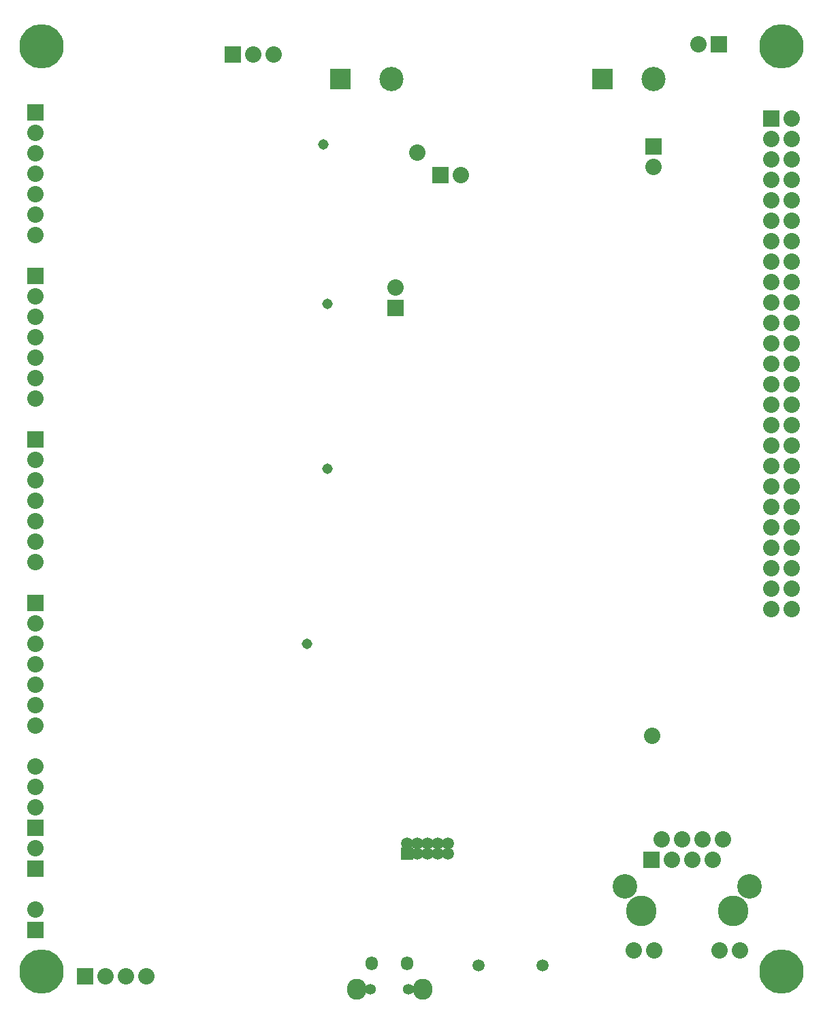
<source format=gbs>
G04 (created by PCBNEW (2013-05-18 BZR 4017)-stable) date Wed 14 Jan 2015 22:50:39 GMT*
%MOIN*%
G04 Gerber Fmt 3.4, Leading zero omitted, Abs format*
%FSLAX34Y34*%
G01*
G70*
G90*
G04 APERTURE LIST*
%ADD10C,0.00590551*%
%ADD11C,0.2169*%
%ADD12R,0.0987X0.0987*%
%ADD13C,0.1184*%
%ADD14O,0.0594X0.0692*%
%ADD15O,0.0948X0.1027*%
%ADD16C,0.0535*%
%ADD17R,0.08X0.08*%
%ADD18C,0.08*%
%ADD19R,0.0594X0.0594*%
%ADD20C,0.0594*%
%ADD21C,0.1499*%
%ADD22C,0.12*%
%ADD23C,0.0515*%
G04 APERTURE END LIST*
G54D10*
G54D11*
X2754Y1575D03*
G54D12*
X17390Y45236D03*
G54D13*
X19890Y45236D03*
G54D14*
X18905Y1968D03*
X20657Y1968D03*
G54D15*
X21395Y716D03*
X18167Y716D03*
G54D16*
X20716Y716D03*
X18846Y716D03*
G54D17*
X12114Y46430D03*
G54D18*
X13114Y46430D03*
X14114Y46430D03*
G54D17*
X2429Y43625D03*
G54D18*
X2429Y42625D03*
X2429Y41625D03*
X2429Y40625D03*
X2429Y39625D03*
X2429Y38625D03*
X2429Y37625D03*
G54D17*
X2429Y35625D03*
G54D18*
X2429Y34625D03*
X2429Y33625D03*
X2429Y32625D03*
X2429Y31625D03*
X2429Y30625D03*
X2429Y29625D03*
G54D17*
X2429Y27625D03*
G54D18*
X2429Y26625D03*
X2429Y25625D03*
X2429Y24625D03*
X2429Y23625D03*
X2429Y22625D03*
X2429Y21625D03*
G54D17*
X2429Y19625D03*
G54D18*
X2429Y18625D03*
X2429Y17625D03*
X2429Y16625D03*
X2429Y15625D03*
X2429Y14625D03*
X2429Y13625D03*
G54D17*
X35911Y46929D03*
G54D18*
X34911Y46929D03*
G54D19*
X20651Y7329D03*
G54D20*
X20651Y7829D03*
X21151Y7329D03*
X21151Y7829D03*
X21651Y7329D03*
X21651Y7829D03*
X22151Y7329D03*
X22151Y7829D03*
X22651Y7329D03*
X22651Y7829D03*
X24140Y1870D03*
X27282Y1870D03*
G54D17*
X38474Y43299D03*
G54D18*
X39474Y43299D03*
X38474Y38299D03*
X39474Y42299D03*
X38474Y37299D03*
X39474Y41299D03*
X38474Y36299D03*
X39474Y40299D03*
X38474Y35299D03*
X39474Y39299D03*
X38474Y34299D03*
X39474Y38299D03*
X38474Y33299D03*
X39474Y37299D03*
X38474Y32299D03*
X39474Y36299D03*
X38474Y31299D03*
X39474Y35299D03*
X38474Y30299D03*
X39474Y34299D03*
X38474Y29299D03*
X39474Y33299D03*
X38474Y28299D03*
X39474Y32299D03*
X39474Y31299D03*
X38474Y27299D03*
X39474Y30299D03*
X39474Y28299D03*
X39474Y27299D03*
X39474Y26299D03*
X39474Y25299D03*
X38474Y26299D03*
X38474Y25299D03*
X38474Y42299D03*
X38474Y41299D03*
X38474Y40299D03*
X38474Y39299D03*
X38474Y24299D03*
X39474Y24299D03*
X39474Y29299D03*
X38474Y23299D03*
X39474Y23299D03*
X38474Y22299D03*
X39474Y22299D03*
X38474Y21299D03*
X39474Y21299D03*
X38474Y20299D03*
X39474Y20299D03*
X38474Y19299D03*
X39474Y19299D03*
G54D21*
X32098Y4528D03*
X36598Y4528D03*
G54D18*
X36098Y8028D03*
X35600Y7028D03*
X35098Y8028D03*
X34600Y7028D03*
X34098Y8028D03*
X33600Y7028D03*
X33098Y8028D03*
G54D22*
X31298Y5729D03*
X37398Y5728D03*
G54D18*
X35956Y2599D03*
X32740Y2599D03*
X36956Y2599D03*
X31740Y2599D03*
G54D17*
X32600Y7028D03*
G54D23*
X16730Y26181D03*
X16533Y42028D03*
X16730Y34252D03*
X15746Y17618D03*
G54D17*
X32696Y41944D03*
G54D18*
X32696Y40944D03*
G54D17*
X20089Y34050D03*
G54D18*
X20089Y35050D03*
X32638Y13104D03*
X21148Y41630D03*
G54D17*
X22280Y40558D03*
G54D18*
X23280Y40558D03*
G54D12*
X30205Y45236D03*
G54D13*
X32705Y45236D03*
G54D17*
X4888Y1328D03*
G54D18*
X5888Y1328D03*
X6888Y1328D03*
X7888Y1328D03*
G54D11*
X38974Y46850D03*
X38974Y1575D03*
X2754Y46850D03*
G54D17*
X2429Y8625D03*
G54D18*
X2429Y9625D03*
X2429Y10625D03*
X2429Y11625D03*
G54D17*
X2429Y6625D03*
G54D18*
X2429Y7625D03*
G54D17*
X2429Y3625D03*
G54D18*
X2429Y4625D03*
M02*

</source>
